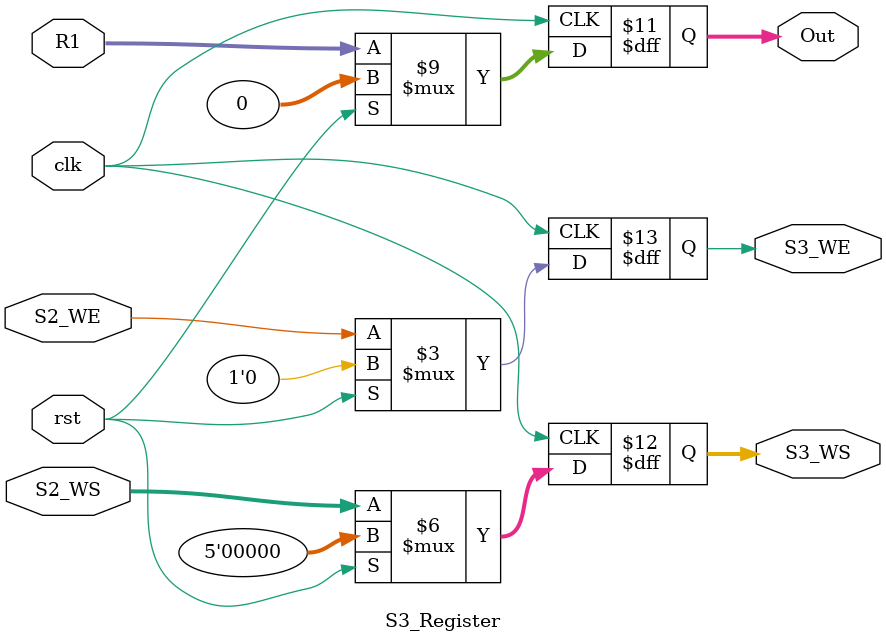
<source format=v>
`timescale 1ns / 1ps
module S3_Register( Out, S3_WS, S3_WE, rst,R1, S2_WS, S2_WE, clk
    );

	output reg [31:0] Out;
	output reg [4:0] S3_WS; 
	output reg S3_WE;
	input [31:0] R1;
	input [4:0] S2_WS;
	input S2_WE;
	input clk;
	input rst;
	
	always@(posedge clk)
		begin
		if (rst)
			begin
			Out <= 32'b0;
			S3_WS <= 5'd0;
			S3_WE <= 1'b0;
			
			end
		else
			begin
			Out <= R1;
			S3_WS <= S2_WS;
			S3_WE <= S2_WE;
			end
		end
		


endmodule

</source>
